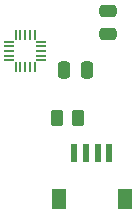
<source format=gbr>
%TF.GenerationSoftware,KiCad,Pcbnew,9.0.0*%
%TF.CreationDate,2025-03-14T15:54:35+08:00*%
%TF.ProjectId,xypad,78797061-642e-46b6-9963-61645f706362,rev?*%
%TF.SameCoordinates,Original*%
%TF.FileFunction,Paste,Bot*%
%TF.FilePolarity,Positive*%
%FSLAX46Y46*%
G04 Gerber Fmt 4.6, Leading zero omitted, Abs format (unit mm)*
G04 Created by KiCad (PCBNEW 9.0.0) date 2025-03-14 15:54:35*
%MOMM*%
%LPD*%
G01*
G04 APERTURE LIST*
G04 Aperture macros list*
%AMRoundRect*
0 Rectangle with rounded corners*
0 $1 Rounding radius*
0 $2 $3 $4 $5 $6 $7 $8 $9 X,Y pos of 4 corners*
0 Add a 4 corners polygon primitive as box body*
4,1,4,$2,$3,$4,$5,$6,$7,$8,$9,$2,$3,0*
0 Add four circle primitives for the rounded corners*
1,1,$1+$1,$2,$3*
1,1,$1+$1,$4,$5*
1,1,$1+$1,$6,$7*
1,1,$1+$1,$8,$9*
0 Add four rect primitives between the rounded corners*
20,1,$1+$1,$2,$3,$4,$5,0*
20,1,$1+$1,$4,$5,$6,$7,0*
20,1,$1+$1,$6,$7,$8,$9,0*
20,1,$1+$1,$8,$9,$2,$3,0*%
%AMFreePoly0*
4,1,14,0.450784,0.088284,0.462500,0.060000,0.462500,0.036569,0.450784,0.008285,0.354215,-0.088284,0.325931,-0.100000,-0.422500,-0.100000,-0.450784,-0.088284,-0.462500,-0.060000,-0.462500,0.060000,-0.450784,0.088284,-0.422500,0.100000,0.422500,0.100000,0.450784,0.088284,0.450784,0.088284,$1*%
%AMFreePoly1*
4,1,14,0.354215,0.088284,0.450784,-0.008285,0.462500,-0.036569,0.462500,-0.060000,0.450784,-0.088284,0.422500,-0.100000,-0.422500,-0.100000,-0.450784,-0.088284,-0.462500,-0.060000,-0.462500,0.060000,-0.450784,0.088284,-0.422500,0.100000,0.325931,0.100000,0.354215,0.088284,0.354215,0.088284,$1*%
%AMFreePoly2*
4,1,14,0.088284,0.450784,0.100000,0.422500,0.100000,-0.422500,0.088284,-0.450784,0.060000,-0.462500,0.036569,-0.462500,0.008285,-0.450784,-0.088284,-0.354215,-0.100000,-0.325931,-0.100000,0.422500,-0.088284,0.450784,-0.060000,0.462500,0.060000,0.462500,0.088284,0.450784,0.088284,0.450784,$1*%
%AMFreePoly3*
4,1,14,0.088284,0.450784,0.100000,0.422500,0.100000,-0.325931,0.088284,-0.354215,-0.008285,-0.450784,-0.036569,-0.462500,-0.060000,-0.462500,-0.088284,-0.450784,-0.100000,-0.422500,-0.100000,0.422500,-0.088284,0.450784,-0.060000,0.462500,0.060000,0.462500,0.088284,0.450784,0.088284,0.450784,$1*%
%AMFreePoly4*
4,1,14,0.450784,0.088284,0.462500,0.060000,0.462500,-0.060000,0.450784,-0.088284,0.422500,-0.100000,-0.422500,-0.100000,-0.450784,-0.088284,-0.462500,-0.060000,-0.462500,-0.036569,-0.450784,-0.008285,-0.354215,0.088284,-0.325931,0.100000,0.422500,0.100000,0.450784,0.088284,0.450784,0.088284,$1*%
%AMFreePoly5*
4,1,14,0.450784,0.088284,0.462500,0.060000,0.462500,-0.060000,0.450784,-0.088284,0.422500,-0.100000,-0.325931,-0.100000,-0.354215,-0.088284,-0.450784,0.008285,-0.462500,0.036569,-0.462500,0.060000,-0.450784,0.088284,-0.422500,0.100000,0.422500,0.100000,0.450784,0.088284,0.450784,0.088284,$1*%
%AMFreePoly6*
4,1,14,-0.008285,0.450784,0.088284,0.354215,0.100000,0.325931,0.100000,-0.422500,0.088284,-0.450784,0.060000,-0.462500,-0.060000,-0.462500,-0.088284,-0.450784,-0.100000,-0.422500,-0.100000,0.422500,-0.088284,0.450784,-0.060000,0.462500,-0.036569,0.462500,-0.008285,0.450784,-0.008285,0.450784,$1*%
%AMFreePoly7*
4,1,14,0.088284,0.450784,0.100000,0.422500,0.100000,-0.422500,0.088284,-0.450784,0.060000,-0.462500,-0.060000,-0.462500,-0.088284,-0.450784,-0.100000,-0.422500,-0.100000,0.325931,-0.088284,0.354215,0.008285,0.450784,0.036569,0.462500,0.060000,0.462500,0.088284,0.450784,0.088284,0.450784,$1*%
G04 Aperture macros list end*
%ADD10RoundRect,0.250000X0.262500X0.450000X-0.262500X0.450000X-0.262500X-0.450000X0.262500X-0.450000X0*%
%ADD11R,0.600000X1.550000*%
%ADD12R,1.200000X1.800000*%
%ADD13FreePoly0,180.000000*%
%ADD14RoundRect,0.050000X0.412500X0.050000X-0.412500X0.050000X-0.412500X-0.050000X0.412500X-0.050000X0*%
%ADD15FreePoly1,180.000000*%
%ADD16FreePoly2,180.000000*%
%ADD17RoundRect,0.050000X0.050000X0.412500X-0.050000X0.412500X-0.050000X-0.412500X0.050000X-0.412500X0*%
%ADD18FreePoly3,180.000000*%
%ADD19FreePoly4,180.000000*%
%ADD20FreePoly5,180.000000*%
%ADD21FreePoly6,180.000000*%
%ADD22FreePoly7,180.000000*%
%ADD23RoundRect,0.250000X-0.250000X-0.475000X0.250000X-0.475000X0.250000X0.475000X-0.250000X0.475000X0*%
%ADD24RoundRect,0.250000X0.475000X-0.250000X0.475000X0.250000X-0.475000X0.250000X-0.475000X-0.250000X0*%
G04 APERTURE END LIST*
D10*
%TO.C,R3*%
X181403394Y-66810000D03*
X179578394Y-66810000D03*
%TD*%
D11*
%TO.C,J2*%
X184047113Y-69778894D03*
X183047113Y-69778894D03*
X182047113Y-69778894D03*
X181047113Y-69778894D03*
D12*
X185347113Y-73653894D03*
X179747113Y-73653894D03*
%TD*%
D13*
%TO.C,U1*%
X178287500Y-60300000D03*
D14*
X178287500Y-60700000D03*
X178287500Y-61100000D03*
X178287500Y-61500000D03*
D15*
X178287500Y-61900000D03*
D16*
X177700000Y-62487500D03*
D17*
X177300000Y-62487500D03*
X176900000Y-62487500D03*
X176500000Y-62487500D03*
D18*
X176100000Y-62487500D03*
D19*
X175512500Y-61900000D03*
D14*
X175512500Y-61500000D03*
X175512500Y-61100000D03*
X175512500Y-60700000D03*
D20*
X175512500Y-60300000D03*
D21*
X176100000Y-59712500D03*
D17*
X176500000Y-59712500D03*
X176900000Y-59712500D03*
X177300000Y-59712500D03*
D22*
X177700000Y-59712500D03*
%TD*%
D23*
%TO.C,C2*%
X180210001Y-62700000D03*
X182109999Y-62700000D03*
%TD*%
D24*
%TO.C,C1*%
X183920000Y-59640893D03*
X183920000Y-57740895D03*
%TD*%
M02*

</source>
